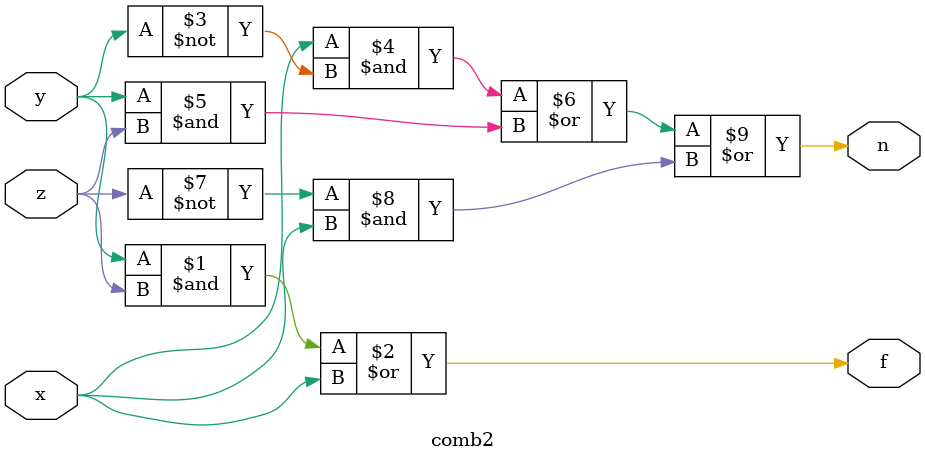
<source format=v>
module comb2(x, y, z, f, n);
	input x, y, z;
	output f;
	output n;
	assign f = y&z|x;
	assign n = x&(~y)|y&z|(~z)&x;
endmodule

</source>
